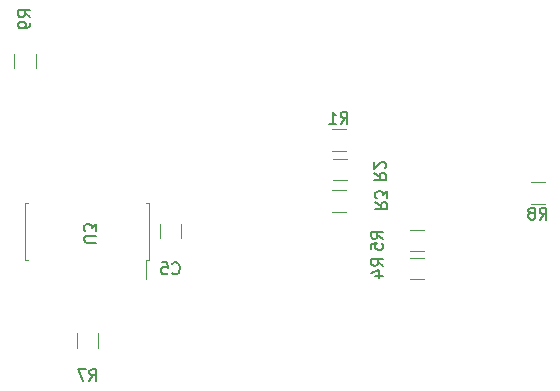
<source format=gbr>
G04 #@! TF.GenerationSoftware,KiCad,Pcbnew,(5.1.5)-3*
G04 #@! TF.CreationDate,2020-12-22T19:25:10+13:00*
G04 #@! TF.ProjectId,SensorNodeCircuit,53656e73-6f72-44e6-9f64-654369726375,rev?*
G04 #@! TF.SameCoordinates,Original*
G04 #@! TF.FileFunction,Legend,Bot*
G04 #@! TF.FilePolarity,Positive*
%FSLAX46Y46*%
G04 Gerber Fmt 4.6, Leading zero omitted, Abs format (unit mm)*
G04 Created by KiCad (PCBNEW (5.1.5)-3) date 2020-12-22 19:25:10*
%MOMM*%
%LPD*%
G04 APERTURE LIST*
%ADD10C,0.120000*%
%ADD11C,0.150000*%
G04 APERTURE END LIST*
D10*
X137910000Y-95183936D02*
X137910000Y-96388064D01*
X139730000Y-95183936D02*
X139730000Y-96388064D01*
X153668064Y-89006000D02*
X152463936Y-89006000D01*
X153668064Y-87186000D02*
X152463936Y-87186000D01*
X152543936Y-91536000D02*
X153748064Y-91536000D01*
X152543936Y-89716000D02*
X153748064Y-89716000D01*
X152496436Y-94166000D02*
X153700564Y-94166000D01*
X152496436Y-92346000D02*
X153700564Y-92346000D01*
X160290564Y-99916000D02*
X159086436Y-99916000D01*
X160290564Y-98096000D02*
X159086436Y-98096000D01*
X159086436Y-97546000D02*
X160290564Y-97546000D01*
X159086436Y-95726000D02*
X160290564Y-95726000D01*
X132690000Y-105688064D02*
X132690000Y-104483936D01*
X130870000Y-105688064D02*
X130870000Y-104483936D01*
X169313936Y-91668000D02*
X170518064Y-91668000D01*
X169313936Y-93488000D02*
X170518064Y-93488000D01*
X126470000Y-95846000D02*
X126470000Y-93461000D01*
X126470000Y-93461000D02*
X126725000Y-93461000D01*
X126470000Y-95846000D02*
X126470000Y-98231000D01*
X126470000Y-98231000D02*
X126725000Y-98231000D01*
X136990000Y-95846000D02*
X136990000Y-93461000D01*
X136990000Y-93461000D02*
X136735000Y-93461000D01*
X136990000Y-95846000D02*
X136990000Y-98231000D01*
X136990000Y-98231000D02*
X136735000Y-98231000D01*
X136735000Y-98231000D02*
X136735000Y-99896000D01*
X125582000Y-80826436D02*
X125582000Y-82030564D01*
X127402000Y-80826436D02*
X127402000Y-82030564D01*
D11*
X138986666Y-99380642D02*
X139034285Y-99428261D01*
X139177142Y-99475880D01*
X139272380Y-99475880D01*
X139415238Y-99428261D01*
X139510476Y-99333023D01*
X139558095Y-99237785D01*
X139605714Y-99047309D01*
X139605714Y-98904452D01*
X139558095Y-98713976D01*
X139510476Y-98618738D01*
X139415238Y-98523500D01*
X139272380Y-98475880D01*
X139177142Y-98475880D01*
X139034285Y-98523500D01*
X138986666Y-98571119D01*
X138081904Y-98475880D02*
X138558095Y-98475880D01*
X138605714Y-98952071D01*
X138558095Y-98904452D01*
X138462857Y-98856833D01*
X138224761Y-98856833D01*
X138129523Y-98904452D01*
X138081904Y-98952071D01*
X138034285Y-99047309D01*
X138034285Y-99285404D01*
X138081904Y-99380642D01*
X138129523Y-99428261D01*
X138224761Y-99475880D01*
X138462857Y-99475880D01*
X138558095Y-99428261D01*
X138605714Y-99380642D01*
X153232666Y-86728380D02*
X153566000Y-86252190D01*
X153804095Y-86728380D02*
X153804095Y-85728380D01*
X153423142Y-85728380D01*
X153327904Y-85776000D01*
X153280285Y-85823619D01*
X153232666Y-85918857D01*
X153232666Y-86061714D01*
X153280285Y-86156952D01*
X153327904Y-86204571D01*
X153423142Y-86252190D01*
X153804095Y-86252190D01*
X152280285Y-86728380D02*
X152851714Y-86728380D01*
X152566000Y-86728380D02*
X152566000Y-85728380D01*
X152661238Y-85871238D01*
X152756476Y-85966476D01*
X152851714Y-86014095D01*
X156053619Y-90892666D02*
X156529809Y-91226000D01*
X156053619Y-91464095D02*
X157053619Y-91464095D01*
X157053619Y-91083142D01*
X157006000Y-90987904D01*
X156958380Y-90940285D01*
X156863142Y-90892666D01*
X156720285Y-90892666D01*
X156625047Y-90940285D01*
X156577428Y-90987904D01*
X156529809Y-91083142D01*
X156529809Y-91464095D01*
X156958380Y-90511714D02*
X157006000Y-90464095D01*
X157053619Y-90368857D01*
X157053619Y-90130761D01*
X157006000Y-90035523D01*
X156958380Y-89987904D01*
X156863142Y-89940285D01*
X156767904Y-89940285D01*
X156625047Y-89987904D01*
X156053619Y-90559333D01*
X156053619Y-89940285D01*
X156173619Y-93382666D02*
X156649809Y-93716000D01*
X156173619Y-93954095D02*
X157173619Y-93954095D01*
X157173619Y-93573142D01*
X157126000Y-93477904D01*
X157078380Y-93430285D01*
X156983142Y-93382666D01*
X156840285Y-93382666D01*
X156745047Y-93430285D01*
X156697428Y-93477904D01*
X156649809Y-93573142D01*
X156649809Y-93954095D01*
X157173619Y-93049333D02*
X157173619Y-92430285D01*
X156792666Y-92763619D01*
X156792666Y-92620761D01*
X156745047Y-92525523D01*
X156697428Y-92477904D01*
X156602190Y-92430285D01*
X156364095Y-92430285D01*
X156268857Y-92477904D01*
X156221238Y-92525523D01*
X156173619Y-92620761D01*
X156173619Y-92906476D01*
X156221238Y-93001714D01*
X156268857Y-93049333D01*
X156840880Y-98769333D02*
X156364690Y-98436000D01*
X156840880Y-98197904D02*
X155840880Y-98197904D01*
X155840880Y-98578857D01*
X155888500Y-98674095D01*
X155936119Y-98721714D01*
X156031357Y-98769333D01*
X156174214Y-98769333D01*
X156269452Y-98721714D01*
X156317071Y-98674095D01*
X156364690Y-98578857D01*
X156364690Y-98197904D01*
X156174214Y-99626476D02*
X156840880Y-99626476D01*
X155793261Y-99388380D02*
X156507547Y-99150285D01*
X156507547Y-99769333D01*
X156800880Y-96469333D02*
X156324690Y-96136000D01*
X156800880Y-95897904D02*
X155800880Y-95897904D01*
X155800880Y-96278857D01*
X155848500Y-96374095D01*
X155896119Y-96421714D01*
X155991357Y-96469333D01*
X156134214Y-96469333D01*
X156229452Y-96421714D01*
X156277071Y-96374095D01*
X156324690Y-96278857D01*
X156324690Y-95897904D01*
X155800880Y-97374095D02*
X155800880Y-96897904D01*
X156277071Y-96850285D01*
X156229452Y-96897904D01*
X156181833Y-96993142D01*
X156181833Y-97231238D01*
X156229452Y-97326476D01*
X156277071Y-97374095D01*
X156372309Y-97421714D01*
X156610404Y-97421714D01*
X156705642Y-97374095D01*
X156753261Y-97326476D01*
X156800880Y-97231238D01*
X156800880Y-96993142D01*
X156753261Y-96897904D01*
X156705642Y-96850285D01*
X131966666Y-108498380D02*
X132300000Y-108022190D01*
X132538095Y-108498380D02*
X132538095Y-107498380D01*
X132157142Y-107498380D01*
X132061904Y-107546000D01*
X132014285Y-107593619D01*
X131966666Y-107688857D01*
X131966666Y-107831714D01*
X132014285Y-107926952D01*
X132061904Y-107974571D01*
X132157142Y-108022190D01*
X132538095Y-108022190D01*
X131633333Y-107498380D02*
X130966666Y-107498380D01*
X131395238Y-108498380D01*
X170082666Y-94850380D02*
X170416000Y-94374190D01*
X170654095Y-94850380D02*
X170654095Y-93850380D01*
X170273142Y-93850380D01*
X170177904Y-93898000D01*
X170130285Y-93945619D01*
X170082666Y-94040857D01*
X170082666Y-94183714D01*
X170130285Y-94278952D01*
X170177904Y-94326571D01*
X170273142Y-94374190D01*
X170654095Y-94374190D01*
X169511238Y-94278952D02*
X169606476Y-94231333D01*
X169654095Y-94183714D01*
X169701714Y-94088476D01*
X169701714Y-94040857D01*
X169654095Y-93945619D01*
X169606476Y-93898000D01*
X169511238Y-93850380D01*
X169320761Y-93850380D01*
X169225523Y-93898000D01*
X169177904Y-93945619D01*
X169130285Y-94040857D01*
X169130285Y-94088476D01*
X169177904Y-94183714D01*
X169225523Y-94231333D01*
X169320761Y-94278952D01*
X169511238Y-94278952D01*
X169606476Y-94326571D01*
X169654095Y-94374190D01*
X169701714Y-94469428D01*
X169701714Y-94659904D01*
X169654095Y-94755142D01*
X169606476Y-94802761D01*
X169511238Y-94850380D01*
X169320761Y-94850380D01*
X169225523Y-94802761D01*
X169177904Y-94755142D01*
X169130285Y-94659904D01*
X169130285Y-94469428D01*
X169177904Y-94374190D01*
X169225523Y-94326571D01*
X169320761Y-94278952D01*
X132527619Y-96797904D02*
X131718095Y-96797904D01*
X131622857Y-96750285D01*
X131575238Y-96702666D01*
X131527619Y-96607428D01*
X131527619Y-96416952D01*
X131575238Y-96321714D01*
X131622857Y-96274095D01*
X131718095Y-96226476D01*
X132527619Y-96226476D01*
X132527619Y-95845523D02*
X132527619Y-95226476D01*
X132146666Y-95559809D01*
X132146666Y-95416952D01*
X132099047Y-95321714D01*
X132051428Y-95274095D01*
X131956190Y-95226476D01*
X131718095Y-95226476D01*
X131622857Y-95274095D01*
X131575238Y-95321714D01*
X131527619Y-95416952D01*
X131527619Y-95702666D01*
X131575238Y-95797904D01*
X131622857Y-95845523D01*
X126944380Y-77714333D02*
X126468190Y-77381000D01*
X126944380Y-77142904D02*
X125944380Y-77142904D01*
X125944380Y-77523857D01*
X125992000Y-77619095D01*
X126039619Y-77666714D01*
X126134857Y-77714333D01*
X126277714Y-77714333D01*
X126372952Y-77666714D01*
X126420571Y-77619095D01*
X126468190Y-77523857D01*
X126468190Y-77142904D01*
X126944380Y-78190523D02*
X126944380Y-78381000D01*
X126896761Y-78476238D01*
X126849142Y-78523857D01*
X126706285Y-78619095D01*
X126515809Y-78666714D01*
X126134857Y-78666714D01*
X126039619Y-78619095D01*
X125992000Y-78571476D01*
X125944380Y-78476238D01*
X125944380Y-78285761D01*
X125992000Y-78190523D01*
X126039619Y-78142904D01*
X126134857Y-78095285D01*
X126372952Y-78095285D01*
X126468190Y-78142904D01*
X126515809Y-78190523D01*
X126563428Y-78285761D01*
X126563428Y-78476238D01*
X126515809Y-78571476D01*
X126468190Y-78619095D01*
X126372952Y-78666714D01*
M02*

</source>
